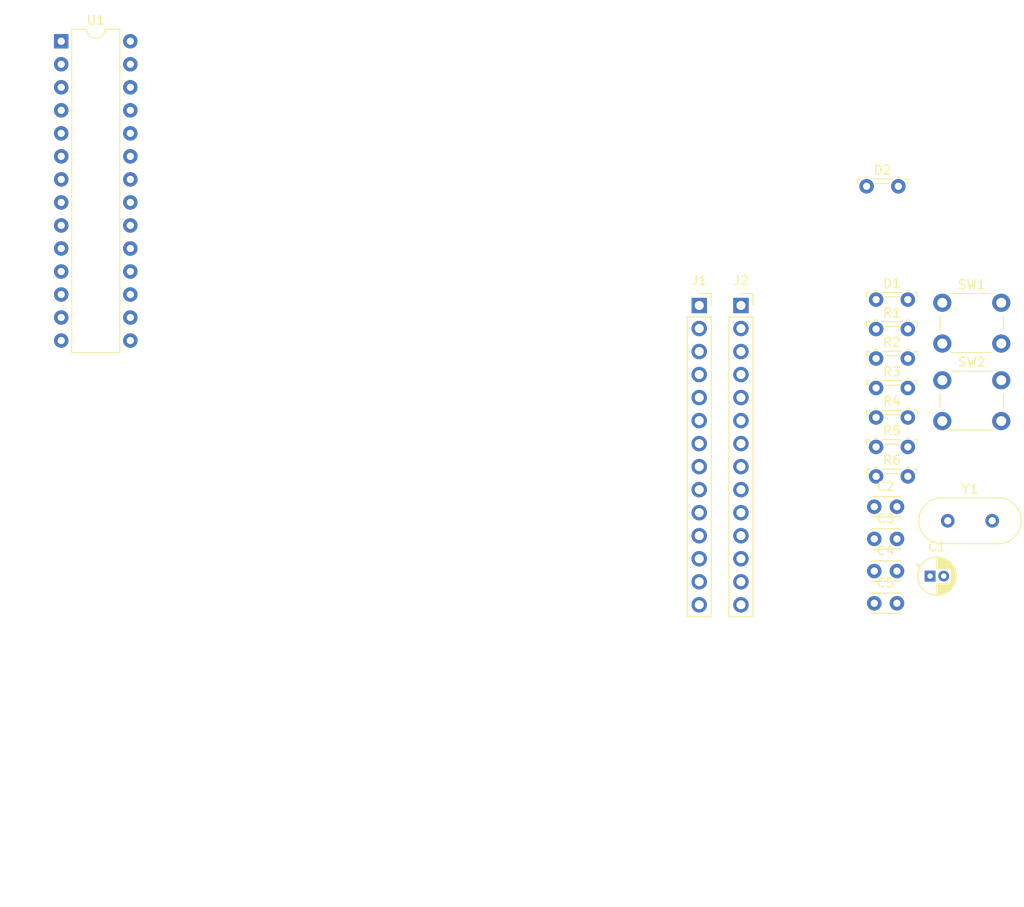
<source format=kicad_pcb>
(kicad_pcb (version 20240108) (generator "pcbnew") (generator_version "8.0")
  (layers (0 "F.Cu" signal) (31 "B.Cu" signal) (34 "B.Paste" user) (35 "F.Paste" user) (36 "B.SilkS" user "B.Silkscreen") (37 "F.SilkS" user "F.Silkscreen") (38 "B.Mask" user) (39 "F.Mask" user) (44 "Edge.Cuts" user))
  (net 0 "")
  (net 1 "VCC")
  (net 2 "GND")
  (net 3 "/XTAL2")
  (net 4 "/XTAL1")
  (net 5 "Net-(D1-A)")
  (net 34 "/nRESET")
  (net 35 "/EXT_nRESET")
  (net 36 "/BOOT")
  (net 37 "/EXT_BOOT")
  (net 38 "/PD2")
  (net 39 "Net-(D2-A)")
  (net 40 "/PC3")
  (net 41 "/PC1")
  (net 42 "/PB1")
  (net 43 "/PB4")
  (net 44 "/AREF")
  (net 45 "/PD0")
  (net 46 "/PB5")
  (net 47 "/PD6")
  (net 48 "/PB2")
  (net 49 "/PD3")
  (net 50 "/PD7")
  (net 51 "/PC0")
  (net 52 "/PD1")
  (net 53 "/PD4")
  (net 54 "/PC5")
  (net 55 "/PC2")
  (net 56 "/PB0")
  (net 57 "/PC4")
  (net 58 "/PB3")
  (footprint "OptoDevice:R_LDR_5.2x5.2mm_P3.5mm_Horizontal" (layer "F.Cu") (at 108.545199 54.75)
    (property "Reference" "R3" (at 1.75 -1.79 0) (layer "F.SilkS"))
    (property "Value" "10k")
    (pad "1" thru_hole circle (at 0 0) (size 1.6 1.6) (drill 0.8) (layers "*.Cu" "*.Mask" "In1.Cu" "In2.Cu" "In3.Cu" "In4.Cu" "In5.Cu" "In6.Cu" "In7.Cu" "In8.Cu" "In9.Cu" "In10.Cu" "In11.Cu" "In12.Cu" "In13.Cu" "In14.Cu" "In15.Cu" "In16.Cu" "In17.Cu" "In18.Cu" "In19.Cu" "In20.Cu" "In21.Cu" "In22.Cu" "In23.Cu" "In24.Cu" "In25.Cu" "In26.Cu" "In27.Cu" "In28.Cu" "In29.Cu" "In30.Cu") (net 1 "VCC"))
    (pad "2" thru_hole circle (at 3.5 0) (size 1.6 1.6) (drill 0.8) (layers "*.Cu" "*.Mask" "In1.Cu" "In2.Cu" "In3.Cu" "In4.Cu" "In5.Cu" "In6.Cu" "In7.Cu" "In8.Cu" "In9.Cu" "In10.Cu" "In11.Cu" "In12.Cu" "In13.Cu" "In14.Cu" "In15.Cu" "In16.Cu" "In17.Cu" "In18.Cu" "In19.Cu" "In20.Cu" "In21.Cu" "In22.Cu" "In23.Cu" "In24.Cu" "In25.Cu" "In26.Cu" "In27.Cu" "In28.Cu" "In29.Cu" "In30.Cu") (net 36 "/BOOT"))
  )
  (footprint "Connector_PinSocket_2.54mm:PinSocket_1x14_P2.54mm_Vertical" (layer "F.Cu") (at 89.045199 45.65)
    (property "Reference" "J1" (at 0 -2.77 0) (layer "F.SilkS"))
    (property "Value" "Conn_01x14")
    (pad "1" thru_hole rect (at 0 0) (size 1.7 1.7) (drill 1) (layers "*.Cu" "*.Mask" "In1.Cu" "In2.Cu" "In3.Cu" "In4.Cu" "In5.Cu" "In6.Cu" "In7.Cu" "In8.Cu" "In9.Cu" "In10.Cu" "In11.Cu" "In12.Cu" "In13.Cu" "In14.Cu" "In15.Cu" "In16.Cu" "In17.Cu" "In18.Cu" "In19.Cu" "In20.Cu" "In21.Cu" "In22.Cu" "In23.Cu" "In24.Cu" "In25.Cu" "In26.Cu" "In27.Cu" "In28.Cu" "In29.Cu" "In30.Cu"))
    (pad "2" thru_hole oval (at 0 2.54) (size 1.7 1.7) (drill 1) (layers "*.Cu" "*.Mask" "In1.Cu" "In2.Cu" "In3.Cu" "In4.Cu" "In5.Cu" "In6.Cu" "In7.Cu" "In8.Cu" "In9.Cu" "In10.Cu" "In11.Cu" "In12.Cu" "In13.Cu" "In14.Cu" "In15.Cu" "In16.Cu" "In17.Cu" "In18.Cu" "In19.Cu" "In20.Cu" "In21.Cu" "In22.Cu" "In23.Cu" "In24.Cu" "In25.Cu" "In26.Cu" "In27.Cu" "In28.Cu" "In29.Cu" "In30.Cu"))
    (pad "3" thru_hole oval (at 0 5.08) (size 1.7 1.7) (drill 1) (layers "*.Cu" "*.Mask" "In1.Cu" "In2.Cu" "In3.Cu" "In4.Cu" "In5.Cu" "In6.Cu" "In7.Cu" "In8.Cu" "In9.Cu" "In10.Cu" "In11.Cu" "In12.Cu" "In13.Cu" "In14.Cu" "In15.Cu" "In16.Cu" "In17.Cu" "In18.Cu" "In19.Cu" "In20.Cu" "In21.Cu" "In22.Cu" "In23.Cu" "In24.Cu" "In25.Cu" "In26.Cu" "In27.Cu" "In28.Cu" "In29.Cu" "In30.Cu"))
    (pad "4" thru_hole oval (at 0 7.62) (size 1.7 1.7) (drill 1) (layers "*.Cu" "*.Mask" "In1.Cu" "In2.Cu" "In3.Cu" "In4.Cu" "In5.Cu" "In6.Cu" "In7.Cu" "In8.Cu" "In9.Cu" "In10.Cu" "In11.Cu" "In12.Cu" "In13.Cu" "In14.Cu" "In15.Cu" "In16.Cu" "In17.Cu" "In18.Cu" "In19.Cu" "In20.Cu" "In21.Cu" "In22.Cu" "In23.Cu" "In24.Cu" "In25.Cu" "In26.Cu" "In27.Cu" "In28.Cu" "In29.Cu" "In30.Cu"))
    (pad "5" thru_hole oval (at 0 10.16) (size 1.7 1.7) (drill 1) (layers "*.Cu" "*.Mask" "In1.Cu" "In2.Cu" "In3.Cu" "In4.Cu" "In5.Cu" "In6.Cu" "In7.Cu" "In8.Cu" "In9.Cu" "In10.Cu" "In11.Cu" "In12.Cu" "In13.Cu" "In14.Cu" "In15.Cu" "In16.Cu" "In17.Cu" "In18.Cu" "In19.Cu" "In20.Cu" "In21.Cu" "In22.Cu" "In23.Cu" "In24.Cu" "In25.Cu" "In26.Cu" "In27.Cu" "In28.Cu" "In29.Cu" "In30.Cu"))
    (pad "6" thru_hole oval (at 0 12.7) (size 1.7 1.7) (drill 1) (layers "*.Cu" "*.Mask" "In1.Cu" "In2.Cu" "In3.Cu" "In4.Cu" "In5.Cu" "In6.Cu" "In7.Cu" "In8.Cu" "In9.Cu" "In10.Cu" "In11.Cu" "In12.Cu" "In13.Cu" "In14.Cu" "In15.Cu" "In16.Cu" "In17.Cu" "In18.Cu" "In19.Cu" "In20.Cu" "In21.Cu" "In22.Cu" "In23.Cu" "In24.Cu" "In25.Cu" "In26.Cu" "In27.Cu" "In28.Cu" "In29.Cu" "In30.Cu"))
    (pad "7" thru_hole oval (at 0 15.24) (size 1.7 1.7) (drill 1) (layers "*.Cu" "*.Mask" "In1.Cu" "In2.Cu" "In3.Cu" "In4.Cu" "In5.Cu" "In6.Cu" "In7.Cu" "In8.Cu" "In9.Cu" "In10.Cu" "In11.Cu" "In12.Cu" "In13.Cu" "In14.Cu" "In15.Cu" "In16.Cu" "In17.Cu" "In18.Cu" "In19.Cu" "In20.Cu" "In21.Cu" "In22.Cu" "In23.Cu" "In24.Cu" "In25.Cu" "In26.Cu" "In27.Cu" "In28.Cu" "In29.Cu" "In30.Cu"))
    (pad "8" thru_hole oval (at 0 17.78) (size 1.7 1.7) (drill 1) (layers "*.Cu" "*.Mask" "In1.Cu" "In2.Cu" "In3.Cu" "In4.Cu" "In5.Cu" "In6.Cu" "In7.Cu" "In8.Cu" "In9.Cu" "In10.Cu" "In11.Cu" "In12.Cu" "In13.Cu" "In14.Cu" "In15.Cu" "In16.Cu" "In17.Cu" "In18.Cu" "In19.Cu" "In20.Cu" "In21.Cu" "In22.Cu" "In23.Cu" "In24.Cu" "In25.Cu" "In26.Cu" "In27.Cu" "In28.Cu" "In29.Cu" "In30.Cu"))
    (pad "9" thru_hole oval (at 0 20.32) (size 1.7 1.7) (drill 1) (layers "*.Cu" "*.Mask" "In1.Cu" "In2.Cu" "In3.Cu" "In4.Cu" "In5.Cu" "In6.Cu" "In7.Cu" "In8.Cu" "In9.Cu" "In10.Cu" "In11.Cu" "In12.Cu" "In13.Cu" "In14.Cu" "In15.Cu" "In16.Cu" "In17.Cu" "In18.Cu" "In19.Cu" "In20.Cu" "In21.Cu" "In22.Cu" "In23.Cu" "In24.Cu" "In25.Cu" "In26.Cu" "In27.Cu" "In28.Cu" "In29.Cu" "In30.Cu"))
    (pad "10" thru_hole oval (at 0 22.86) (size 1.7 1.7) (drill 1) (layers "*.Cu" "*.Mask" "In1.Cu" "In2.Cu" "In3.Cu" "In4.Cu" "In5.Cu" "In6.Cu" "In7.Cu" "In8.Cu" "In9.Cu" "In10.Cu" "In11.Cu" "In12.Cu" "In13.Cu" "In14.Cu" "In15.Cu" "In16.Cu" "In17.Cu" "In18.Cu" "In19.Cu" "In20.Cu" "In21.Cu" "In22.Cu" "In23.Cu" "In24.Cu" "In25.Cu" "In26.Cu" "In27.Cu" "In28.Cu" "In29.Cu" "In30.Cu"))
    (pad "11" thru_hole oval (at 0 25.4) (size 1.7 1.7) (drill 1) (layers "*.Cu" "*.Mask" "In1.Cu" "In2.Cu" "In3.Cu" "In4.Cu" "In5.Cu" "In6.Cu" "In7.Cu" "In8.Cu" "In9.Cu" "In10.Cu" "In11.Cu" "In12.Cu" "In13.Cu" "In14.Cu" "In15.Cu" "In16.Cu" "In17.Cu" "In18.Cu" "In19.Cu" "In20.Cu" "In21.Cu" "In22.Cu" "In23.Cu" "In24.Cu" "In25.Cu" "In26.Cu" "In27.Cu" "In28.Cu" "In29.Cu" "In30.Cu"))
    (pad "12" thru_hole oval (at 0 27.94) (size 1.7 1.7) (drill 1) (layers "*.Cu" "*.Mask" "In1.Cu" "In2.Cu" "In3.Cu" "In4.Cu" "In5.Cu" "In6.Cu" "In7.Cu" "In8.Cu" "In9.Cu" "In10.Cu" "In11.Cu" "In12.Cu" "In13.Cu" "In14.Cu" "In15.Cu" "In16.Cu" "In17.Cu" "In18.Cu" "In19.Cu" "In20.Cu" "In21.Cu" "In22.Cu" "In23.Cu" "In24.Cu" "In25.Cu" "In26.Cu" "In27.Cu" "In28.Cu" "In29.Cu" "In30.Cu"))
    (pad "13" thru_hole oval (at 0 30.48) (size 1.7 1.7) (drill 1) (layers "*.Cu" "*.Mask" "In1.Cu" "In2.Cu" "In3.Cu" "In4.Cu" "In5.Cu" "In6.Cu" "In7.Cu" "In8.Cu" "In9.Cu" "In10.Cu" "In11.Cu" "In12.Cu" "In13.Cu" "In14.Cu" "In15.Cu" "In16.Cu" "In17.Cu" "In18.Cu" "In19.Cu" "In20.Cu" "In21.Cu" "In22.Cu" "In23.Cu" "In24.Cu" "In25.Cu" "In26.Cu" "In27.Cu" "In28.Cu" "In29.Cu" "In30.Cu"))
    (pad "14" thru_hole oval (at 0 33.02) (size 1.7 1.7) (drill 1) (layers "*.Cu" "*.Mask" "In1.Cu" "In2.Cu" "In3.Cu" "In4.Cu" "In5.Cu" "In6.Cu" "In7.Cu" "In8.Cu" "In9.Cu" "In10.Cu" "In11.Cu" "In12.Cu" "In13.Cu" "In14.Cu" "In15.Cu" "In16.Cu" "In17.Cu" "In18.Cu" "In19.Cu" "In20.Cu" "In21.Cu" "In22.Cu" "In23.Cu" "In24.Cu" "In25.Cu" "In26.Cu" "In27.Cu" "In28.Cu" "In29.Cu" "In30.Cu"))
  )
  (footprint "Connector_PinSocket_2.54mm:PinSocket_1x14_P2.54mm_Vertical" (layer "F.Cu") (at 93.645199 45.65)
    (property "Reference" "J2" (at 0 -2.77 0) (layer "F.SilkS"))
    (property "Value" "Conn_01x14")
    (pad "1" thru_hole rect (at 0 0) (size 1.7 1.7) (drill 1) (layers "*.Cu" "*.Mask" "In1.Cu" "In2.Cu" "In3.Cu" "In4.Cu" "In5.Cu" "In6.Cu" "In7.Cu" "In8.Cu" "In9.Cu" "In10.Cu" "In11.Cu" "In12.Cu" "In13.Cu" "In14.Cu" "In15.Cu" "In16.Cu" "In17.Cu" "In18.Cu" "In19.Cu" "In20.Cu" "In21.Cu" "In22.Cu" "In23.Cu" "In24.Cu" "In25.Cu" "In26.Cu" "In27.Cu" "In28.Cu" "In29.Cu" "In30.Cu"))
    (pad "2" thru_hole oval (at 0 2.54) (size 1.7 1.7) (drill 1) (layers "*.Cu" "*.Mask" "In1.Cu" "In2.Cu" "In3.Cu" "In4.Cu" "In5.Cu" "In6.Cu" "In7.Cu" "In8.Cu" "In9.Cu" "In10.Cu" "In11.Cu" "In12.Cu" "In13.Cu" "In14.Cu" "In15.Cu" "In16.Cu" "In17.Cu" "In18.Cu" "In19.Cu" "In20.Cu" "In21.Cu" "In22.Cu" "In23.Cu" "In24.Cu" "In25.Cu" "In26.Cu" "In27.Cu" "In28.Cu" "In29.Cu" "In30.Cu"))
    (pad "3" thru_hole oval (at 0 5.08) (size 1.7 1.7) (drill 1) (layers "*.Cu" "*.Mask" "In1.Cu" "In2.Cu" "In3.Cu" "In4.Cu" "In5.Cu" "In6.Cu" "In7.Cu" "In8.Cu" "In9.Cu" "In10.Cu" "In11.Cu" "In12.Cu" "In13.Cu" "In14.Cu" "In15.Cu" "In16.Cu" "In17.Cu" "In18.Cu" "In19.Cu" "In20.Cu" "In21.Cu" "In22.Cu" "In23.Cu" "In24.Cu" "In25.Cu" "In26.Cu" "In27.Cu" "In28.Cu" "In29.Cu" "In30.Cu"))
    (pad "4" thru_hole oval (at 0 7.62) (size 1.7 1.7) (drill 1) (layers "*.Cu" "*.Mask" "In1.Cu" "In2.Cu" "In3.Cu" "In4.Cu" "In5.Cu" "In6.Cu" "In7.Cu" "In8.Cu" "In9.Cu" "In10.Cu" "In11.Cu" "In12.Cu" "In13.Cu" "In14.Cu" "In15.Cu" "In16.Cu" "In17.Cu" "In18.Cu" "In19.Cu" "In20.Cu" "In21.Cu" "In22.Cu" "In23.Cu" "In24.Cu" "In25.Cu" "In26.Cu" "In27.Cu" "In28.Cu" "In29.Cu" "In30.Cu"))
    (pad "5" thru_hole oval (at 0 10.16) (size 1.7 1.7) (drill 1) (layers "*.Cu" "*.Mask" "In1.Cu" "In2.Cu" "In3.Cu" "In4.Cu" "In5.Cu" "In6.Cu" "In7.Cu" "In8.Cu" "In9.Cu" "In10.Cu" "In11.Cu" "In12.Cu" "In13.Cu" "In14.Cu" "In15.Cu" "In16.Cu" "In17.Cu" "In18.Cu" "In19.Cu" "In20.Cu" "In21.Cu" "In22.Cu" "In23.Cu" "In24.Cu" "In25.Cu" "In26.Cu" "In27.Cu" "In28.Cu" "In29.Cu" "In30.Cu"))
    (pad "6" thru_hole oval (at 0 12.7) (size 1.7 1.7) (drill 1) (layers "*.Cu" "*.Mask" "In1.Cu" "In2.Cu" "In3.Cu" "In4.Cu" "In5.Cu" "In6.Cu" "In7.Cu" "In8.Cu" "In9.Cu" "In10.Cu" "In11.Cu" "In12.Cu" "In13.Cu" "In14.Cu" "In15.Cu" "In16.Cu" "In17.Cu" "In18.Cu" "In19.Cu" "In20.Cu" "In21.Cu" "In22.Cu" "In23.Cu" "In24.Cu" "In25.Cu" "In26.Cu" "In27.Cu" "In28.Cu" "In29.Cu" "In30.Cu"))
    (pad "7" thru_hole oval (at 0 15.24) (size 1.7 1.7) (drill 1) (layers "*.Cu" "*.Mask" "In1.Cu" "In2.Cu" "In3.Cu" "In4.Cu" "In5.Cu" "In6.Cu" "In7.Cu" "In8.Cu" "In9.Cu" "In10.Cu" "In11.Cu" "In12.Cu" "In13.Cu" "In14.Cu" "In15.Cu" "In16.Cu" "In17.Cu" "In18.Cu" "In19.Cu" "In20.Cu" "In21.Cu" "In22.Cu" "In23.Cu" "In24.Cu" "In25.Cu" "In26.Cu" "In27.Cu" "In28.Cu" "In29.Cu" "In30.Cu"))
    (pad "8" thru_hole oval (at 0 17.78) (size 1.7 1.7) (drill 1) (layers "*.Cu" "*.Mask" "In1.Cu" "In2.Cu" "In3.Cu" "In4.Cu" "In5.Cu" "In6.Cu" "In7.Cu" "In8.Cu" "In9.Cu" "In10.Cu" "In11.Cu" "In12.Cu" "In13.Cu" "In14.Cu" "In15.Cu" "In16.Cu" "In17.Cu" "In18.Cu" "In19.Cu" "In20.Cu" "In21.Cu" "In22.Cu" "In23.Cu" "In24.Cu" "In25.Cu" "In26.Cu" "In27.Cu" "In28.Cu" "In29.Cu" "In30.Cu"))
    (pad "9" thru_hole oval (at 0 20.32) (size 1.7 1.7) (drill 1) (layers "*.Cu" "*.Mask" "In1.Cu" "In2.Cu" "In3.Cu" "In4.Cu" "In5.Cu" "In6.Cu" "In7.Cu" "In8.Cu" "In9.Cu" "In10.Cu" "In11.Cu" "In12.Cu" "In13.Cu" "In14.Cu" "In15.Cu" "In16.Cu" "In17.Cu" "In18.Cu" "In19.Cu" "In20.Cu" "In21.Cu" "In22.Cu" "In23.Cu" "In24.Cu" "In25.Cu" "In26.Cu" "In27.Cu" "In28.Cu" "In29.Cu" "In30.Cu"))
    (pad "10" thru_hole oval (at 0 22.86) (size 1.7 1.7) (drill 1) (layers "*.Cu" "*.Mask" "In1.Cu" "In2.Cu" "In3.Cu" "In4.Cu" "In5.Cu" "In6.Cu" "In7.Cu" "In8.Cu" "In9.Cu" "In10.Cu" "In11.Cu" "In12.Cu" "In13.Cu" "In14.Cu" "In15.Cu" "In16.Cu" "In17.Cu" "In18.Cu" "In19.Cu" "In20.Cu" "In21.Cu" "In22.Cu" "In23.Cu" "In24.Cu" "In25.Cu" "In26.Cu" "In27.Cu" "In28.Cu" "In29.Cu" "In30.Cu"))
    (pad "11" thru_hole oval (at 0 25.4) (size 1.7 1.7) (drill 1) (layers "*.Cu" "*.Mask" "In1.Cu" "In2.Cu" "In3.Cu" "In4.Cu" "In5.Cu" "In6.Cu" "In7.Cu" "In8.Cu" "In9.Cu" "In10.Cu" "In11.Cu" "In12.Cu" "In13.Cu" "In14.Cu" "In15.Cu" "In16.Cu" "In17.Cu" "In18.Cu" "In19.Cu" "In20.Cu" "In21.Cu" "In22.Cu" "In23.Cu" "In24.Cu" "In25.Cu" "In26.Cu" "In27.Cu" "In28.Cu" "In29.Cu" "In30.Cu"))
    (pad "12" thru_hole oval (at 0 27.94) (size 1.7 1.7) (drill 1) (layers "*.Cu" "*.Mask" "In1.Cu" "In2.Cu" "In3.Cu" "In4.Cu" "In5.Cu" "In6.Cu" "In7.Cu" "In8.Cu" "In9.Cu" "In10.Cu" "In11.Cu" "In12.Cu" "In13.Cu" "In14.Cu" "In15.Cu" "In16.Cu" "In17.Cu" "In18.Cu" "In19.Cu" "In20.Cu" "In21.Cu" "In22.Cu" "In23.Cu" "In24.Cu" "In25.Cu" "In26.Cu" "In27.Cu" "In28.Cu" "In29.Cu" "In30.Cu"))
    (pad "13" thru_hole oval (at 0 30.48) (size 1.7 1.7) (drill 1) (layers "*.Cu" "*.Mask" "In1.Cu" "In2.Cu" "In3.Cu" "In4.Cu" "In5.Cu" "In6.Cu" "In7.Cu" "In8.Cu" "In9.Cu" "In10.Cu" "In11.Cu" "In12.Cu" "In13.Cu" "In14.Cu" "In15.Cu" "In16.Cu" "In17.Cu" "In18.Cu" "In19.Cu" "In20.Cu" "In21.Cu" "In22.Cu" "In23.Cu" "In24.Cu" "In25.Cu" "In26.Cu" "In27.Cu" "In28.Cu" "In29.Cu" "In30.Cu"))
    (pad "14" thru_hole oval (at 0 33.02) (size 1.7 1.7) (drill 1) (layers "*.Cu" "*.Mask" "In1.Cu" "In2.Cu" "In3.Cu" "In4.Cu" "In5.Cu" "In6.Cu" "In7.Cu" "In8.Cu" "In9.Cu" "In10.Cu" "In11.Cu" "In12.Cu" "In13.Cu" "In14.Cu" "In15.Cu" "In16.Cu" "In17.Cu" "In18.Cu" "In19.Cu" "In20.Cu" "In21.Cu" "In22.Cu" "In23.Cu" "In24.Cu" "In25.Cu" "In26.Cu" "In27.Cu" "In28.Cu" "In29.Cu" "In30.Cu"))
  )
  (footprint "Crystal:Crystal_HC18-U_Vertical" (layer "F.Cu") (at 116.445199 69.4)
    (property "Reference" "Y1" (at 2.45 -3.525 0) (layer "F.SilkS"))
    (property "Value" "16M")
    (pad "1" thru_hole circle (at 0 0) (size 1.5 1.5) (drill 0.8) (layers "*.Cu" "*.Mask" "In1.Cu" "In2.Cu" "In3.Cu" "In4.Cu" "In5.Cu" "In6.Cu" "In7.Cu" "In8.Cu" "In9.Cu" "In10.Cu" "In11.Cu" "In12.Cu" "In13.Cu" "In14.Cu" "In15.Cu" "In16.Cu" "In17.Cu" "In18.Cu" "In19.Cu" "In20.Cu" "In21.Cu" "In22.Cu" "In23.Cu" "In24.Cu" "In25.Cu" "In26.Cu" "In27.Cu" "In28.Cu" "In29.Cu" "In30.Cu") (net 4 "/XTAL1"))
    (pad "2" thru_hole circle (at 4.9 0) (size 1.5 1.5) (drill 0.8) (layers "*.Cu" "*.Mask" "In1.Cu" "In2.Cu" "In3.Cu" "In4.Cu" "In5.Cu" "In6.Cu" "In7.Cu" "In8.Cu" "In9.Cu" "In10.Cu" "In11.Cu" "In12.Cu" "In13.Cu" "In14.Cu" "In15.Cu" "In16.Cu" "In17.Cu" "In18.Cu" "In19.Cu" "In20.Cu" "In21.Cu" "In22.Cu" "In23.Cu" "In24.Cu" "In25.Cu" "In26.Cu" "In27.Cu" "In28.Cu" "In29.Cu" "In30.Cu") (net 3 "/XTAL2"))
  )
  (footprint "OptoDevice:R_LDR_5.2x5.2mm_P3.5mm_Horizontal" (layer "F.Cu") (at 108.545199 45)
    (property "Reference" "D1" (at 1.75 -1.79 0) (layer "F.SilkS"))
    (property "Value" "LED")
    (pad "1" thru_hole circle (at 0 0) (size 1.6 1.6) (drill 0.8) (layers "*.Cu" "*.Mask" "In1.Cu" "In2.Cu" "In3.Cu" "In4.Cu" "In5.Cu" "In6.Cu" "In7.Cu" "In8.Cu" "In9.Cu" "In10.Cu" "In11.Cu" "In12.Cu" "In13.Cu" "In14.Cu" "In15.Cu" "In16.Cu" "In17.Cu" "In18.Cu" "In19.Cu" "In20.Cu" "In21.Cu" "In22.Cu" "In23.Cu" "In24.Cu" "In25.Cu" "In26.Cu" "In27.Cu" "In28.Cu" "In29.Cu" "In30.Cu") (net 2 "GND"))
    (pad "2" thru_hole circle (at 3.5 0) (size 1.6 1.6) (drill 0.8) (layers "*.Cu" "*.Mask" "In1.Cu" "In2.Cu" "In3.Cu" "In4.Cu" "In5.Cu" "In6.Cu" "In7.Cu" "In8.Cu" "In9.Cu" "In10.Cu" "In11.Cu" "In12.Cu" "In13.Cu" "In14.Cu" "In15.Cu" "In16.Cu" "In17.Cu" "In18.Cu" "In19.Cu" "In20.Cu" "In21.Cu" "In22.Cu" "In23.Cu" "In24.Cu" "In25.Cu" "In26.Cu" "In27.Cu" "In28.Cu" "In29.Cu" "In30.Cu") (net 5 "Net-(D1-A)"))
  )
  (footprint "OptoDevice:R_LDR_5.2x5.2mm_P3.5mm_Horizontal" (layer "F.Cu") (at 108.545199 58)
    (property "Reference" "R4" (at 1.75 -1.79 0) (layer "F.SilkS"))
    (property "Value" "1k")
    (pad "1" thru_hole circle (at 0 0) (size 1.6 1.6) (drill 0.8) (layers "*.Cu" "*.Mask" "In1.Cu" "In2.Cu" "In3.Cu" "In4.Cu" "In5.Cu" "In6.Cu" "In7.Cu" "In8.Cu" "In9.Cu" "In10.Cu" "In11.Cu" "In12.Cu" "In13.Cu" "In14.Cu" "In15.Cu" "In16.Cu" "In17.Cu" "In18.Cu" "In19.Cu" "In20.Cu" "In21.Cu" "In22.Cu" "In23.Cu" "In24.Cu" "In25.Cu" "In26.Cu" "In27.Cu" "In28.Cu" "In29.Cu" "In30.Cu") (net 36 "/BOOT"))
    (pad "2" thru_hole circle (at 3.5 0) (size 1.6 1.6) (drill 0.8) (layers "*.Cu" "*.Mask" "In1.Cu" "In2.Cu" "In3.Cu" "In4.Cu" "In5.Cu" "In6.Cu" "In7.Cu" "In8.Cu" "In9.Cu" "In10.Cu" "In11.Cu" "In12.Cu" "In13.Cu" "In14.Cu" "In15.Cu" "In16.Cu" "In17.Cu" "In18.Cu" "In19.Cu" "In20.Cu" "In21.Cu" "In22.Cu" "In23.Cu" "In24.Cu" "In25.Cu" "In26.Cu" "In27.Cu" "In28.Cu" "In29.Cu" "In30.Cu") (net 37 "/EXT_BOOT"))
  )
  (footprint "Capacitor_THT:C_Disc_D3.0mm_W2.0mm_P2.50mm" (layer "F.Cu") (at 108.345199 71.4)
    (property "Reference" "C3" (at 1.25 -2.25 0) (layer "F.SilkS"))
    (property "Value" "100n")
    (pad "1" thru_hole circle (at 0 0) (size 1.6 1.6) (drill 0.8) (layers "*.Cu" "*.Mask" "In1.Cu" "In2.Cu" "In3.Cu" "In4.Cu" "In5.Cu" "In6.Cu" "In7.Cu" "In8.Cu" "In9.Cu" "In10.Cu" "In11.Cu" "In12.Cu" "In13.Cu" "In14.Cu" "In15.Cu" "In16.Cu" "In17.Cu" "In18.Cu" "In19.Cu" "In20.Cu" "In21.Cu" "In22.Cu" "In23.Cu" "In24.Cu" "In25.Cu" "In26.Cu" "In27.Cu" "In28.Cu" "In29.Cu" "In30.Cu") (net 1 "VCC"))
    (pad "2" thru_hole circle (at 2.5 0) (size 1.6 1.6) (drill 0.8) (layers "*.Cu" "*.Mask" "In1.Cu" "In2.Cu" "In3.Cu" "In4.Cu" "In5.Cu" "In6.Cu" "In7.Cu" "In8.Cu" "In9.Cu" "In10.Cu" "In11.Cu" "In12.Cu" "In13.Cu" "In14.Cu" "In15.Cu" "In16.Cu" "In17.Cu" "In18.Cu" "In19.Cu" "In20.Cu" "In21.Cu" "In22.Cu" "In23.Cu" "In24.Cu" "In25.Cu" "In26.Cu" "In27.Cu" "In28.Cu" "In29.Cu" "In30.Cu") (net 2 "GND"))
  )
  (footprint "Button_Switch_THT:SW_PUSH_6mm" (layer "F.Cu") (at 115.845199 45.35)
    (property "Reference" "SW1" (at 3.25 -2 0) (layer "F.SilkS"))
    (property "Value" "RESET")
    (pad "1" thru_hole circle (at 0 0 90) (size 2 2) (drill 1.1) (layers "*.Cu" "*.Mask" "In1.Cu" "In2.Cu" "In3.Cu" "In4.Cu" "In5.Cu" "In6.Cu" "In7.Cu" "In8.Cu" "In9.Cu" "In10.Cu" "In11.Cu" "In12.Cu" "In13.Cu" "In14.Cu" "In15.Cu" "In16.Cu" "In17.Cu" "In18.Cu" "In19.Cu" "In20.Cu" "In21.Cu" "In22.Cu" "In23.Cu" "In24.Cu" "In25.Cu" "In26.Cu" "In27.Cu" "In28.Cu" "In29.Cu" "In30.Cu") (net 34 "/nRESET"))
    (pad "1" thru_hole circle (at 6.5 0 90) (size 2 2) (drill 1.1) (layers "*.Cu" "*.Mask" "In1.Cu" "In2.Cu" "In3.Cu" "In4.Cu" "In5.Cu" "In6.Cu" "In7.Cu" "In8.Cu" "In9.Cu" "In10.Cu" "In11.Cu" "In12.Cu" "In13.Cu" "In14.Cu" "In15.Cu" "In16.Cu" "In17.Cu" "In18.Cu" "In19.Cu" "In20.Cu" "In21.Cu" "In22.Cu" "In23.Cu" "In24.Cu" "In25.Cu" "In26.Cu" "In27.Cu" "In28.Cu" "In29.Cu" "In30.Cu") (net 34 "/nRESET"))
    (pad "2" thru_hole circle (at 0 4.5 90) (size 2 2) (drill 1.1) (layers "*.Cu" "*.Mask" "In1.Cu" "In2.Cu" "In3.Cu" "In4.Cu" "In5.Cu" "In6.Cu" "In7.Cu" "In8.Cu" "In9.Cu" "In10.Cu" "In11.Cu" "In12.Cu" "In13.Cu" "In14.Cu" "In15.Cu" "In16.Cu" "In17.Cu" "In18.Cu" "In19.Cu" "In20.Cu" "In21.Cu" "In22.Cu" "In23.Cu" "In24.Cu" "In25.Cu" "In26.Cu" "In27.Cu" "In28.Cu" "In29.Cu" "In30.Cu") (net 2 "GND"))
    (pad "2" thru_hole circle (at 6.5 4.5 90) (size 2 2) (drill 1.1) (layers "*.Cu" "*.Mask" "In1.Cu" "In2.Cu" "In3.Cu" "In4.Cu" "In5.Cu" "In6.Cu" "In7.Cu" "In8.Cu" "In9.Cu" "In10.Cu" "In11.Cu" "In12.Cu" "In13.Cu" "In14.Cu" "In15.Cu" "In16.Cu" "In17.Cu" "In18.Cu" "In19.Cu" "In20.Cu" "In21.Cu" "In22.Cu" "In23.Cu" "In24.Cu" "In25.Cu" "In26.Cu" "In27.Cu" "In28.Cu" "In29.Cu" "In30.Cu") (net 2 "GND"))
  )
  (footprint "Capacitor_THT:C_Disc_D3.0mm_W2.0mm_P2.50mm" (layer "F.Cu") (at 108.345199 74.95)
    (property "Reference" "C4" (at 1.25 -2.25 0) (layer "F.SilkS"))
    (property "Value" "22p")
    (pad "1" thru_hole circle (at 0 0) (size 1.6 1.6) (drill 0.8) (layers "*.Cu" "*.Mask" "In1.Cu" "In2.Cu" "In3.Cu" "In4.Cu" "In5.Cu" "In6.Cu" "In7.Cu" "In8.Cu" "In9.Cu" "In10.Cu" "In11.Cu" "In12.Cu" "In13.Cu" "In14.Cu" "In15.Cu" "In16.Cu" "In17.Cu" "In18.Cu" "In19.Cu" "In20.Cu" "In21.Cu" "In22.Cu" "In23.Cu" "In24.Cu" "In25.Cu" "In26.Cu" "In27.Cu" "In28.Cu" "In29.Cu" "In30.Cu") (net 3 "/XTAL2"))
    (pad "2" thru_hole circle (at 2.5 0) (size 1.6 1.6) (drill 0.8) (layers "*.Cu" "*.Mask" "In1.Cu" "In2.Cu" "In3.Cu" "In4.Cu" "In5.Cu" "In6.Cu" "In7.Cu" "In8.Cu" "In9.Cu" "In10.Cu" "In11.Cu" "In12.Cu" "In13.Cu" "In14.Cu" "In15.Cu" "In16.Cu" "In17.Cu" "In18.Cu" "In19.Cu" "In20.Cu" "In21.Cu" "In22.Cu" "In23.Cu" "In24.Cu" "In25.Cu" "In26.Cu" "In27.Cu" "In28.Cu" "In29.Cu" "In30.Cu") (net 2 "GND"))
  )
  (footprint "OptoDevice:R_LDR_5.2x5.2mm_P3.5mm_Horizontal" (layer "F.Cu") (at 108.545199 61.25)
    (property "Reference" "R5" (at 1.75 -1.79 0) (layer "F.SilkS"))
    (property "Value" "10k")
    (pad "1" thru_hole circle (at 0 0) (size 1.6 1.6) (drill 0.8) (layers "*.Cu" "*.Mask" "In1.Cu" "In2.Cu" "In3.Cu" "In4.Cu" "In5.Cu" "In6.Cu" "In7.Cu" "In8.Cu" "In9.Cu" "In10.Cu" "In11.Cu" "In12.Cu" "In13.Cu" "In14.Cu" "In15.Cu" "In16.Cu" "In17.Cu" "In18.Cu" "In19.Cu" "In20.Cu" "In21.Cu" "In22.Cu" "In23.Cu" "In24.Cu" "In25.Cu" "In26.Cu" "In27.Cu" "In28.Cu" "In29.Cu" "In30.Cu") (net 1 "VCC"))
    (pad "2" thru_hole circle (at 3.5 0) (size 1.6 1.6) (drill 0.8) (layers "*.Cu" "*.Mask" "In1.Cu" "In2.Cu" "In3.Cu" "In4.Cu" "In5.Cu" "In6.Cu" "In7.Cu" "In8.Cu" "In9.Cu" "In10.Cu" "In11.Cu" "In12.Cu" "In13.Cu" "In14.Cu" "In15.Cu" "In16.Cu" "In17.Cu" "In18.Cu" "In19.Cu" "In20.Cu" "In21.Cu" "In22.Cu" "In23.Cu" "In24.Cu" "In25.Cu" "In26.Cu" "In27.Cu" "In28.Cu" "In29.Cu" "In30.Cu") (net 5 "Net-(D1-A)"))
  )
  (footprint "OptoDevice:R_LDR_5.2x5.2mm_P3.5mm_Horizontal" (layer "F.Cu") (at 108.545199 48.25)
    (property "Reference" "R1" (at 1.75 -1.79 0) (layer "F.SilkS"))
    (property "Value" "10k")
    (pad "1" thru_hole circle (at 0 0) (size 1.6 1.6) (drill 0.8) (layers "*.Cu" "*.Mask" "In1.Cu" "In2.Cu" "In3.Cu" "In4.Cu" "In5.Cu" "In6.Cu" "In7.Cu" "In8.Cu" "In9.Cu" "In10.Cu" "In11.Cu" "In12.Cu" "In13.Cu" "In14.Cu" "In15.Cu" "In16.Cu" "In17.Cu" "In18.Cu" "In19.Cu" "In20.Cu" "In21.Cu" "In22.Cu" "In23.Cu" "In24.Cu" "In25.Cu" "In26.Cu" "In27.Cu" "In28.Cu" "In29.Cu" "In30.Cu") (net 1 "VCC"))
    (pad "2" thru_hole circle (at 3.5 0) (size 1.6 1.6) (drill 0.8) (layers "*.Cu" "*.Mask" "In1.Cu" "In2.Cu" "In3.Cu" "In4.Cu" "In5.Cu" "In6.Cu" "In7.Cu" "In8.Cu" "In9.Cu" "In10.Cu" "In11.Cu" "In12.Cu" "In13.Cu" "In14.Cu" "In15.Cu" "In16.Cu" "In17.Cu" "In18.Cu" "In19.Cu" "In20.Cu" "In21.Cu" "In22.Cu" "In23.Cu" "In24.Cu" "In25.Cu" "In26.Cu" "In27.Cu" "In28.Cu" "In29.Cu" "In30.Cu") (net 34 "/nRESET"))
  )
  (footprint "Capacitor_THT:CP_Radial_D4.0mm_P1.50mm" (layer "F.Cu") (at 114.5 75.5)
    (property "Reference" "C1" (at 0.75 -3.25 0) (layer "F.SilkS"))
    (property "Value" "4.7u")
    (pad "1" thru_hole rect (at 0 0) (size 1.2 1.2) (drill 0.6) (layers "*.Cu" "*.Mask" "In1.Cu" "In2.Cu" "In3.Cu" "In4.Cu" "In5.Cu" "In6.Cu" "In7.Cu" "In8.Cu" "In9.Cu" "In10.Cu" "In11.Cu" "In12.Cu" "In13.Cu" "In14.Cu" "In15.Cu" "In16.Cu" "In17.Cu" "In18.Cu" "In19.Cu" "In20.Cu" "In21.Cu" "In22.Cu" "In23.Cu" "In24.Cu" "In25.Cu" "In26.Cu" "In27.Cu" "In28.Cu" "In29.Cu" "In30.Cu") (net 1 "VCC"))
    (pad "2" thru_hole circle (at 1.5 0) (size 1.2 1.2) (drill 0.6) (layers "*.Cu" "*.Mask" "In1.Cu" "In2.Cu" "In3.Cu" "In4.Cu" "In5.Cu" "In6.Cu" "In7.Cu" "In8.Cu" "In9.Cu" "In10.Cu" "In11.Cu" "In12.Cu" "In13.Cu" "In14.Cu" "In15.Cu" "In16.Cu" "In17.Cu" "In18.Cu" "In19.Cu" "In20.Cu" "In21.Cu" "In22.Cu" "In23.Cu" "In24.Cu" "In25.Cu" "In26.Cu" "In27.Cu" "In28.Cu" "In29.Cu" "In30.Cu") (net 2 "GND"))
  )
  (footprint "OptoDevice:R_LDR_5.2x5.2mm_P3.5mm_Horizontal" (layer "F.Cu") (at 108.545199 51.5)
    (property "Reference" "R2" (at 1.75 -1.79 0) (layer "F.SilkS"))
    (property "Value" "1k")
    (pad "1" thru_hole circle (at 0 0) (size 1.6 1.6) (drill 0.8) (layers "*.Cu" "*.Mask" "In1.Cu" "In2.Cu" "In3.Cu" "In4.Cu" "In5.Cu" "In6.Cu" "In7.Cu" "In8.Cu" "In9.Cu" "In10.Cu" "In11.Cu" "In12.Cu" "In13.Cu" "In14.Cu" "In15.Cu" "In16.Cu" "In17.Cu" "In18.Cu" "In19.Cu" "In20.Cu" "In21.Cu" "In22.Cu" "In23.Cu" "In24.Cu" "In25.Cu" "In26.Cu" "In27.Cu" "In28.Cu" "In29.Cu" "In30.Cu") (net 34 "/nRESET"))
    (pad "2" thru_hole circle (at 3.5 0) (size 1.6 1.6) (drill 0.8) (layers "*.Cu" "*.Mask" "In1.Cu" "In2.Cu" "In3.Cu" "In4.Cu" "In5.Cu" "In6.Cu" "In7.Cu" "In8.Cu" "In9.Cu" "In10.Cu" "In11.Cu" "In12.Cu" "In13.Cu" "In14.Cu" "In15.Cu" "In16.Cu" "In17.Cu" "In18.Cu" "In19.Cu" "In20.Cu" "In21.Cu" "In22.Cu" "In23.Cu" "In24.Cu" "In25.Cu" "In26.Cu" "In27.Cu" "In28.Cu" "In29.Cu" "In30.Cu") (net 35 "/EXT_nRESET"))
  )
  (footprint "Package_DIP:DIP-28_W7.62mm" (layer "F.Cu") (at 18.7 16.5)
    (property "Reference" "U1" (at 3.81 -2.33 0) (layer "F.SilkS"))
    (property "Value" "ATmega328P-P")
    (pad "1" thru_hole rect (at 0 0) (size 1.6 1.6) (drill 0.8) (layers "*.Cu" "*.Mask" "In1.Cu" "In2.Cu" "In3.Cu" "In4.Cu" "In5.Cu" "In6.Cu" "In7.Cu" "In8.Cu" "In9.Cu" "In10.Cu" "In11.Cu" "In12.Cu" "In13.Cu" "In14.Cu" "In15.Cu" "In16.Cu" "In17.Cu" "In18.Cu" "In19.Cu" "In20.Cu" "In21.Cu" "In22.Cu" "In23.Cu" "In24.Cu" "In25.Cu" "In26.Cu" "In27.Cu" "In28.Cu" "In29.Cu" "In30.Cu") (net 34 "/nRESET"))
    (pad "2" thru_hole oval (at 0 2.54) (size 1.6 1.6) (drill 0.8) (layers "*.Cu" "*.Mask" "In1.Cu" "In2.Cu" "In3.Cu" "In4.Cu" "In5.Cu" "In6.Cu" "In7.Cu" "In8.Cu" "In9.Cu" "In10.Cu" "In11.Cu" "In12.Cu" "In13.Cu" "In14.Cu" "In15.Cu" "In16.Cu" "In17.Cu" "In18.Cu" "In19.Cu" "In20.Cu" "In21.Cu" "In22.Cu" "In23.Cu" "In24.Cu" "In25.Cu" "In26.Cu" "In27.Cu" "In28.Cu" "In29.Cu" "In30.Cu") (net 45 "/PD0"))
    (pad "3" thru_hole oval (at 0 5.08) (size 1.6 1.6) (drill 0.8) (layers "*.Cu" "*.Mask" "In1.Cu" "In2.Cu" "In3.Cu" "In4.Cu" "In5.Cu" "In6.Cu" "In7.Cu" "In8.Cu" "In9.Cu" "In10.Cu" "In11.Cu" "In12.Cu" "In13.Cu" "In14.Cu" "In15.Cu" "In16.Cu" "In17.Cu" "In18.Cu" "In19.Cu" "In20.Cu" "In21.Cu" "In22.Cu" "In23.Cu" "In24.Cu" "In25.Cu" "In26.Cu" "In27.Cu" "In28.Cu" "In29.Cu" "In30.Cu") (net 52 "/PD1"))
    (pad "4" thru_hole oval (at 0 7.62) (size 1.6 1.6) (drill 0.8) (layers "*.Cu" "*.Mask" "In1.Cu" "In2.Cu" "In3.Cu" "In4.Cu" "In5.Cu" "In6.Cu" "In7.Cu" "In8.Cu" "In9.Cu" "In10.Cu" "In11.Cu" "In12.Cu" "In13.Cu" "In14.Cu" "In15.Cu" "In16.Cu" "In17.Cu" "In18.Cu" "In19.Cu" "In20.Cu" "In21.Cu" "In22.Cu" "In23.Cu" "In24.Cu" "In25.Cu" "In26.Cu" "In27.Cu" "In28.Cu" "In29.Cu" "In30.Cu") (net 38 "/PD2"))
    (pad "5" thru_hole oval (at 0 10.16) (size 1.6 1.6) (drill 0.8) (layers "*.Cu" "*.Mask" "In1.Cu" "In2.Cu" "In3.Cu" "In4.Cu" "In5.Cu" "In6.Cu" "In7.Cu" "In8.Cu" "In9.Cu" "In10.Cu" "In11.Cu" "In12.Cu" "In13.Cu" "In14.Cu" "In15.Cu" "In16.Cu" "In17.Cu" "In18.Cu" "In19.Cu" "In20.Cu" "In21.Cu" "In22.Cu" "In23.Cu" "In24.Cu" "In25.Cu" "In26.Cu" "In27.Cu" "In28.Cu" "In29.Cu" "In30.Cu") (net 49 "/PD3"))
    (pad "6" thru_hole oval (at 0 12.7) (size 1.6 1.6) (drill 0.8) (layers "*.Cu" "*.Mask" "In1.Cu" "In2.Cu" "In3.Cu" "In4.Cu" "In5.Cu" "In6.Cu" "In7.Cu" "In8.Cu" "In9.Cu" "In10.Cu" "In11.Cu" "In12.Cu" "In13.Cu" "In14.Cu" "In15.Cu" "In16.Cu" "In17.Cu" "In18.Cu" "In19.Cu" "In20.Cu" "In21.Cu" "In22.Cu" "In23.Cu" "In24.Cu" "In25.Cu" "In26.Cu" "In27.Cu" "In28.Cu" "In29.Cu" "In30.Cu") (net 53 "/PD4"))
    (pad "7" thru_hole oval (at 0 15.24) (size 1.6 1.6) (drill 0.8) (layers "*.Cu" "*.Mask" "In1.Cu" "In2.Cu" "In3.Cu" "In4.Cu" "In5.Cu" "In6.Cu" "In7.Cu" "In8.Cu" "In9.Cu" "In10.Cu" "In11.Cu" "In12.Cu" "In13.Cu" "In14.Cu" "In15.Cu" "In16.Cu" "In17.Cu" "In18.Cu" "In19.Cu" "In20.Cu" "In21.Cu" "In22.Cu" "In23.Cu" "In24.Cu" "In25.Cu" "In26.Cu" "In27.Cu" "In28.Cu" "In29.Cu" "In30.Cu") (net 1 "VCC"))
    (pad "8" thru_hole oval (at 0 17.78) (size 1.6 1.6) (drill 0.8) (layers "*.Cu" "*.Mask" "In1.Cu" "In2.Cu" "In3.Cu" "In4.Cu" "In5.Cu" "In6.Cu" "In7.Cu" "In8.Cu" "In9.Cu" "In10.Cu" "In11.Cu" "In12.Cu" "In13.Cu" "In14.Cu" "In15.Cu" "In16.Cu" "In17.Cu" "In18.Cu" "In19.Cu" "In20.Cu" "In21.Cu" "In22.Cu" "In23.Cu" "In24.Cu" "In25.Cu" "In26.Cu" "In27.Cu" "In28.Cu" "In29.Cu" "In30.Cu") (net 2 "GND"))
    (pad "9" thru_hole oval (at 0 20.32) (size 1.6 1.6) (drill 0.8) (layers "*.Cu" "*.Mask" "In1.Cu" "In2.Cu" "In3.Cu" "In4.Cu" "In5.Cu" "In6.Cu" "In7.Cu" "In8.Cu" "In9.Cu" "In10.Cu" "In11.Cu" "In12.Cu" "In13.Cu" "In14.Cu" "In15.Cu" "In16.Cu" "In17.Cu" "In18.Cu" "In19.Cu" "In20.Cu" "In21.Cu" "In22.Cu" "In23.Cu" "In24.Cu" "In25.Cu" "In26.Cu" "In27.Cu" "In28.Cu" "In29.Cu" "In30.Cu") (net 4 "/XTAL1"))
    (pad "10" thru_hole oval (at 0 22.86) (size 1.6 1.6) (drill 0.8) (layers "*.Cu" "*.Mask" "In1.Cu" "In2.Cu" "In3.Cu" "In4.Cu" "In5.Cu" "In6.Cu" "In7.Cu" "In8.Cu" "In9.Cu" "In10.Cu" "In11.Cu" "In12.Cu" "In13.Cu" "In14.Cu" "In15.Cu" "In16.Cu" "In17.Cu" "In18.Cu" "In19.Cu" "In20.Cu" "In21.Cu" "In22.Cu" "In23.Cu" "In24.Cu" "In25.Cu" "In26.Cu" "In27.Cu" "In28.Cu" "In29.Cu" "In30.Cu") (net 3 "/XTAL2"))
    (pad "11" thru_hole oval (at 0 25.4) (size 1.6 1.6) (drill 0.8) (layers "*.Cu" "*.Mask" "In1.Cu" "In2.Cu" "In3.Cu" "In4.Cu" "In5.Cu" "In6.Cu" "In7.Cu" "In8.Cu" "In9.Cu" "In10.Cu" "In11.Cu" "In12.Cu" "In13.Cu" "In14.Cu" "In15.Cu" "In16.Cu" "In17.Cu" "In18.Cu" "In19.Cu" "In20.Cu" "In21.Cu" "In22.Cu" "In23.Cu" "In24.Cu" "In25.Cu" "In26.Cu" "In27.Cu" "In28.Cu" "In29.Cu" "In30.Cu") (net 36 "/BOOT"))
    (pad "12" thru_hole oval (at 0 27.94) (size 1.6 1.6) (drill 0.8) (layers "*.Cu" "*.Mask" "In1.Cu" "In2.Cu" "In3.Cu" "In4.Cu" "In5.Cu" "In6.Cu" "In7.Cu" "In8.Cu" "In9.Cu" "In10.Cu" "In11.Cu" "In12.Cu" "In13.Cu" "In14.Cu" "In15.Cu" "In16.Cu" "In17.Cu" "In18.Cu" "In19.Cu" "In20.Cu" "In21.Cu" "In22.Cu" "In23.Cu" "In24.Cu" "In25.Cu" "In26.Cu" "In27.Cu" "In28.Cu" "In29.Cu" "In30.Cu") (net 47 "/PD6"))
    (pad "13" thru_hole oval (at 0 30.48) (size 1.6 1.6) (drill 0.8) (layers "*.Cu" "*.Mask" "In1.Cu" "In2.Cu" "In3.Cu" "In4.Cu" "In5.Cu" "In6.Cu" "In7.Cu" "In8.Cu" "In9.Cu" "In10.Cu" "In11.Cu" "In12.Cu" "In13.Cu" "In14.Cu" "In15.Cu" "In16.Cu" "In17.Cu" "In18.Cu" "In19.Cu" "In20.Cu" "In21.Cu" "In22.Cu" "In23.Cu" "In24.Cu" "In25.Cu" "In26.Cu" "In27.Cu" "In28.Cu" "In29.Cu" "In30.Cu") (net 50 "/PD7"))
    (pad "14" thru_hole oval (at 0 33.02) (size 1.6 1.6) (drill 0.8) (layers "*.Cu" "*.Mask" "In1.Cu" "In2.Cu" "In3.Cu" "In4.Cu" "In5.Cu" "In6.Cu" "In7.Cu" "In8.Cu" "In9.Cu" "In10.Cu" "In11.Cu" "In12.Cu" "In13.Cu" "In14.Cu" "In15.Cu" "In16.Cu" "In17.Cu" "In18.Cu" "In19.Cu" "In20.Cu" "In21.Cu" "In22.Cu" "In23.Cu" "In24.Cu" "In25.Cu" "In26.Cu" "In27.Cu" "In28.Cu" "In29.Cu" "In30.Cu") (net 56 "/PB0"))
    (pad "15" thru_hole oval (at 7.62 33.02) (size 1.6 1.6) (drill 0.8) (layers "*.Cu" "*.Mask" "In1.Cu" "In2.Cu" "In3.Cu" "In4.Cu" "In5.Cu" "In6.Cu" "In7.Cu" "In8.Cu" "In9.Cu" "In10.Cu" "In11.Cu" "In12.Cu" "In13.Cu" "In14.Cu" "In15.Cu" "In16.Cu" "In17.Cu" "In18.Cu" "In19.Cu" "In20.Cu" "In21.Cu" "In22.Cu" "In23.Cu" "In24.Cu" "In25.Cu" "In26.Cu" "In27.Cu" "In28.Cu" "In29.Cu" "In30.Cu") (net 42 "/PB1"))
    (pad "16" thru_hole oval (at 7.62 30.48) (size 1.6 1.6) (drill 0.8) (layers "*.Cu" "*.Mask" "In1.Cu" "In2.Cu" "In3.Cu" "In4.Cu" "In5.Cu" "In6.Cu" "In7.Cu" "In8.Cu" "In9.Cu" "In10.Cu" "In11.Cu" "In12.Cu" "In13.Cu" "In14.Cu" "In15.Cu" "In16.Cu" "In17.Cu" "In18.Cu" "In19.Cu" "In20.Cu" "In21.Cu" "In22.Cu" "In23.Cu" "In24.Cu" "In25.Cu" "In26.Cu" "In27.Cu" "In28.Cu" "In29.Cu" "In30.Cu") (net 48 "/PB2"))
    (pad "17" thru_hole oval (at 7.62 27.94) (size 1.6 1.6) (drill 0.8) (layers "*.Cu" "*.Mask" "In1.Cu" "In2.Cu" "In3.Cu" "In4.Cu" "In5.Cu" "In6.Cu" "In7.Cu" "In8.Cu" "In9.Cu" "In10.Cu" "In11.Cu" "In12.Cu" "In13.Cu" "In14.Cu" "In15.Cu" "In16.Cu" "In17.Cu" "In18.Cu" "In19.Cu" "In20.Cu" "In21.Cu" "In22.Cu" "In23.Cu" "In24.Cu" "In25.Cu" "In26.Cu" "In27.Cu" "In28.Cu" "In29.Cu" "In30.Cu") (net 58 "/PB3"))
    (pad "18" thru_hole oval (at 7.62 25.4) (size 1.6 1.6) (drill 0.8) (layers "*.Cu" "*.Mask" "In1.Cu" "In2.Cu" "In3.Cu" "In4.Cu" "In5.Cu" "In6.Cu" "In7.Cu" "In8.Cu" "In9.Cu" "In10.Cu" "In11.Cu" "In12.Cu" "In13.Cu" "In14.Cu" "In15.Cu" "In16.Cu" "In17.Cu" "In18.Cu" "In19.Cu" "In20.Cu" "In21.Cu" "In22.Cu" "In23.Cu" "In24.Cu" "In25.Cu" "In26.Cu" "In27.Cu" "In28.Cu" "In29.Cu" "In30.Cu") (net 43 "/PB4"))
    (pad "19" thru_hole oval (at 7.62 22.86) (size 1.6 1.6) (drill 0.8) (layers "*.Cu" "*.Mask" "In1.Cu" "In2.Cu" "In3.Cu" "In4.Cu" "In5.Cu" "In6.Cu" "In7.Cu" "In8.Cu" "In9.Cu" "In10.Cu" "In11.Cu" "In12.Cu" "In13.Cu" "In14.Cu" "In15.Cu" "In16.Cu" "In17.Cu" "In18.Cu" "In19.Cu" "In20.Cu" "In21.Cu" "In22.Cu" "In23.Cu" "In24.Cu" "In25.Cu" "In26.Cu" "In27.Cu" "In28.Cu" "In29.Cu" "In30.Cu") (net 46 "/PB5"))
    (pad "20" thru_hole oval (at 7.62 20.32) (size 1.6 1.6) (drill 0.8) (layers "*.Cu" "*.Mask" "In1.Cu" "In2.Cu" "In3.Cu" "In4.Cu" "In5.Cu" "In6.Cu" "In7.Cu" "In8.Cu" "In9.Cu" "In10.Cu" "In11.Cu" "In12.Cu" "In13.Cu" "In14.Cu" "In15.Cu" "In16.Cu" "In17.Cu" "In18.Cu" "In19.Cu" "In20.Cu" "In21.Cu" "In22.Cu" "In23.Cu" "In24.Cu" "In25.Cu" "In26.Cu" "In27.Cu" "In28.Cu" "In29.Cu" "In30.Cu") (net 1 "VCC"))
    (pad "21" thru_hole oval (at 7.62 17.78) (size 1.6 1.6) (drill 0.8) (layers "*.Cu" "*.Mask" "In1.Cu" "In2.Cu" "In3.Cu" "In4.Cu" "In5.Cu" "In6.Cu" "In7.Cu" "In8.Cu" "In9.Cu" "In10.Cu" "In11.Cu" "In12.Cu" "In13.Cu" "In14.Cu" "In15.Cu" "In16.Cu" "In17.Cu" "In18.Cu" "In19.Cu" "In20.Cu" "In21.Cu" "In22.Cu" "In23.Cu" "In24.Cu" "In25.Cu" "In26.Cu" "In27.Cu" "In28.Cu" "In29.Cu" "In30.Cu") (net 44 "/AREF"))
    (pad "22" thru_hole oval (at 7.62 15.24) (size 1.6 1.6) (drill 0.8) (layers "*.Cu" "*.Mask" "In1.Cu" "In2.Cu" "In3.Cu" "In4.Cu" "In5.Cu" "In6.Cu" "In7.Cu" "In8.Cu" "In9.Cu" "In10.Cu" "In11.Cu" "In12.Cu" "In13.Cu" "In14.Cu" "In15.Cu" "In16.Cu" "In17.Cu" "In18.Cu" "In19.Cu" "In20.Cu" "In21.Cu" "In22.Cu" "In23.Cu" "In24.Cu" "In25.Cu" "In26.Cu" "In27.Cu" "In28.Cu" "In29.Cu" "In30.Cu") (net 2 "GND"))
    (pad "23" thru_hole oval (at 7.62 12.7) (size 1.6 1.6) (drill 0.8) (layers "*.Cu" "*.Mask" "In1.Cu" "In2.Cu" "In3.Cu" "In4.Cu" "In5.Cu" "In6.Cu" "In7.Cu" "In8.Cu" "In9.Cu" "In10.Cu" "In11.Cu" "In12.Cu" "In13.Cu" "In14.Cu" "In15.Cu" "In16.Cu" "In17.Cu" "In18.Cu" "In19.Cu" "In20.Cu" "In21.Cu" "In22.Cu" "In23.Cu" "In24.Cu" "In25.Cu" "In26.Cu" "In27.Cu" "In28.Cu" "In29.Cu" "In30.Cu") (net 51 "/PC0"))
    (pad "24" thru_hole oval (at 7.62 10.16) (size 1.6 1.6) (drill 0.8) (layers "*.Cu" "*.Mask" "In1.Cu" "In2.Cu" "In3.Cu" "In4.Cu" "In5.Cu" "In6.Cu" "In7.Cu" "In8.Cu" "In9.Cu" "In10.Cu" "In11.Cu" "In12.Cu" "In13.Cu" "In14.Cu" "In15.Cu" "In16.Cu" "In17.Cu" "In18.Cu" "In19.Cu" "In20.Cu" "In21.Cu" "In22.Cu" "In23.Cu" "In24.Cu" "In25.Cu" "In26.Cu" "In27.Cu" "In28.Cu" "In29.Cu" "In30.Cu") (net 41 "/PC1"))
    (pad "25" thru_hole oval (at 7.62 7.62) (size 1.6 1.6) (drill 0.8) (layers "*.Cu" "*.Mask" "In1.Cu" "In2.Cu" "In3.Cu" "In4.Cu" "In5.Cu" "In6.Cu" "In7.Cu" "In8.Cu" "In9.Cu" "In10.Cu" "In11.Cu" "In12.Cu" "In13.Cu" "In14.Cu" "In15.Cu" "In16.Cu" "In17.Cu" "In18.Cu" "In19.Cu" "In20.Cu" "In21.Cu" "In22.Cu" "In23.Cu" "In24.Cu" "In25.Cu" "In26.Cu" "In27.Cu" "In28.Cu" "In29.Cu" "In30.Cu") (net 55 "/PC2"))
    (pad "26" thru_hole oval (at 7.62 5.08) (size 1.6 1.6) (drill 0.8) (layers "*.Cu" "*.Mask" "In1.Cu" "In2.Cu" "In3.Cu" "In4.Cu" "In5.Cu" "In6.Cu" "In7.Cu" "In8.Cu" "In9.Cu" "In10.Cu" "In11.Cu" "In12.Cu" "In13.Cu" "In14.Cu" "In15.Cu" "In16.Cu" "In17.Cu" "In18.Cu" "In19.Cu" "In20.Cu" "In21.Cu" "In22.Cu" "In23.Cu" "In24.Cu" "In25.Cu" "In26.Cu" "In27.Cu" "In28.Cu" "In29.Cu" "In30.Cu") (net 40 "/PC3"))
    (pad "27" thru_hole oval (at 7.62 2.54) (size 1.6 1.6) (drill 0.8) (layers "*.Cu" "*.Mask" "In1.Cu" "In2.Cu" "In3.Cu" "In4.Cu" "In5.Cu" "In6.Cu" "In7.Cu" "In8.Cu" "In9.Cu" "In10.Cu" "In11.Cu" "In12.Cu" "In13.Cu" "In14.Cu" "In15.Cu" "In16.Cu" "In17.Cu" "In18.Cu" "In19.Cu" "In20.Cu" "In21.Cu" "In22.Cu" "In23.Cu" "In24.Cu" "In25.Cu" "In26.Cu" "In27.Cu" "In28.Cu" "In29.Cu" "In30.Cu") (net 57 "/PC4"))
    (pad "28" thru_hole oval (at 7.62 0) (size 1.6 1.6) (drill 0.8) (layers "*.Cu" "*.Mask" "In1.Cu" "In2.Cu" "In3.Cu" "In4.Cu" "In5.Cu" "In6.Cu" "In7.Cu" "In8.Cu" "In9.Cu" "In10.Cu" "In11.Cu" "In12.Cu" "In13.Cu" "In14.Cu" "In15.Cu" "In16.Cu" "In17.Cu" "In18.Cu" "In19.Cu" "In20.Cu" "In21.Cu" "In22.Cu" "In23.Cu" "In24.Cu" "In25.Cu" "In26.Cu" "In27.Cu" "In28.Cu" "In29.Cu" "In30.Cu") (net 54 "/PC5"))
  )
  (footprint "Capacitor_THT:C_Disc_D3.0mm_W2.0mm_P2.50mm" (layer "F.Cu") (at 108.345199 67.85)
    (property "Reference" "C2" (at 1.25 -2.25 0) (layer "F.SilkS"))
    (property "Value" "100n")
    (pad "1" thru_hole circle (at 0 0) (size 1.6 1.6) (drill 0.8) (layers "*.Cu" "*.Mask" "In1.Cu" "In2.Cu" "In3.Cu" "In4.Cu" "In5.Cu" "In6.Cu" "In7.Cu" "In8.Cu" "In9.Cu" "In10.Cu" "In11.Cu" "In12.Cu" "In13.Cu" "In14.Cu" "In15.Cu" "In16.Cu" "In17.Cu" "In18.Cu" "In19.Cu" "In20.Cu" "In21.Cu" "In22.Cu" "In23.Cu" "In24.Cu" "In25.Cu" "In26.Cu" "In27.Cu" "In28.Cu" "In29.Cu" "In30.Cu") (net 1 "VCC"))
    (pad "2" thru_hole circle (at 2.5 0) (size 1.6 1.6) (drill 0.8) (layers "*.Cu" "*.Mask" "In1.Cu" "In2.Cu" "In3.Cu" "In4.Cu" "In5.Cu" "In6.Cu" "In7.Cu" "In8.Cu" "In9.Cu" "In10.Cu" "In11.Cu" "In12.Cu" "In13.Cu" "In14.Cu" "In15.Cu" "In16.Cu" "In17.Cu" "In18.Cu" "In19.Cu" "In20.Cu" "In21.Cu" "In22.Cu" "In23.Cu" "In24.Cu" "In25.Cu" "In26.Cu" "In27.Cu" "In28.Cu" "In29.Cu" "In30.Cu") (net 2 "GND"))
  )
  (footprint "Button_Switch_THT:SW_PUSH_6mm" (layer "F.Cu") (at 115.845199 53.9)
    (property "Reference" "SW2" (at 3.25 -2 0) (layer "F.SilkS"))
    (property "Value" "BOOT")
    (pad "1" thru_hole circle (at 0 0 90) (size 2 2) (drill 1.1) (layers "*.Cu" "*.Mask" "In1.Cu" "In2.Cu" "In3.Cu" "In4.Cu" "In5.Cu" "In6.Cu" "In7.Cu" "In8.Cu" "In9.Cu" "In10.Cu" "In11.Cu" "In12.Cu" "In13.Cu" "In14.Cu" "In15.Cu" "In16.Cu" "In17.Cu" "In18.Cu" "In19.Cu" "In20.Cu" "In21.Cu" "In22.Cu" "In23.Cu" "In24.Cu" "In25.Cu" "In26.Cu" "In27.Cu" "In28.Cu" "In29.Cu" "In30.Cu") (net 36 "/BOOT"))
    (pad "1" thru_hole circle (at 6.5 0 90) (size 2 2) (drill 1.1) (layers "*.Cu" "*.Mask" "In1.Cu" "In2.Cu" "In3.Cu" "In4.Cu" "In5.Cu" "In6.Cu" "In7.Cu" "In8.Cu" "In9.Cu" "In10.Cu" "In11.Cu" "In12.Cu" "In13.Cu" "In14.Cu" "In15.Cu" "In16.Cu" "In17.Cu" "In18.Cu" "In19.Cu" "In20.Cu" "In21.Cu" "In22.Cu" "In23.Cu" "In24.Cu" "In25.Cu" "In26.Cu" "In27.Cu" "In28.Cu" "In29.Cu" "In30.Cu") (net 36 "/BOOT"))
    (pad "2" thru_hole circle (at 0 4.5 90) (size 2 2) (drill 1.1) (layers "*.Cu" "*.Mask" "In1.Cu" "In2.Cu" "In3.Cu" "In4.Cu" "In5.Cu" "In6.Cu" "In7.Cu" "In8.Cu" "In9.Cu" "In10.Cu" "In11.Cu" "In12.Cu" "In13.Cu" "In14.Cu" "In15.Cu" "In16.Cu" "In17.Cu" "In18.Cu" "In19.Cu" "In20.Cu" "In21.Cu" "In22.Cu" "In23.Cu" "In24.Cu" "In25.Cu" "In26.Cu" "In27.Cu" "In28.Cu" "In29.Cu" "In30.Cu") (net 2 "GND"))
    (pad "2" thru_hole circle (at 6.5 4.5 90) (size 2 2) (drill 1.1) (layers "*.Cu" "*.Mask" "In1.Cu" "In2.Cu" "In3.Cu" "In4.Cu" "In5.Cu" "In6.Cu" "In7.Cu" "In8.Cu" "In9.Cu" "In10.Cu" "In11.Cu" "In12.Cu" "In13.Cu" "In14.Cu" "In15.Cu" "In16.Cu" "In17.Cu" "In18.Cu" "In19.Cu" "In20.Cu" "In21.Cu" "In22.Cu" "In23.Cu" "In24.Cu" "In25.Cu" "In26.Cu" "In27.Cu" "In28.Cu" "In29.Cu" "In30.Cu") (net 2 "GND"))
  )
  (footprint "OptoDevice:R_LDR_5.2x5.2mm_P3.5mm_Horizontal" (layer "F.Cu") (at 107.5 32.5)
    (property "Reference" "D2" (at 1.75 -1.79 0) (layer "F.SilkS"))
    (property "Value" "LED")
    (pad "1" thru_hole circle (at 0 0) (size 1.6 1.6) (drill 0.8) (layers "*.Cu" "*.Mask" "In1.Cu" "In2.Cu" "In3.Cu" "In4.Cu" "In5.Cu" "In6.Cu" "In7.Cu" "In8.Cu" "In9.Cu" "In10.Cu" "In11.Cu" "In12.Cu" "In13.Cu" "In14.Cu" "In15.Cu" "In16.Cu" "In17.Cu" "In18.Cu" "In19.Cu" "In20.Cu" "In21.Cu" "In22.Cu" "In23.Cu" "In24.Cu" "In25.Cu" "In26.Cu" "In27.Cu" "In28.Cu" "In29.Cu" "In30.Cu") (net 2 "GND"))
    (pad "2" thru_hole circle (at 3.5 0) (size 1.6 1.6) (drill 0.8) (layers "*.Cu" "*.Mask" "In1.Cu" "In2.Cu" "In3.Cu" "In4.Cu" "In5.Cu" "In6.Cu" "In7.Cu" "In8.Cu" "In9.Cu" "In10.Cu" "In11.Cu" "In12.Cu" "In13.Cu" "In14.Cu" "In15.Cu" "In16.Cu" "In17.Cu" "In18.Cu" "In19.Cu" "In20.Cu" "In21.Cu" "In22.Cu" "In23.Cu" "In24.Cu" "In25.Cu" "In26.Cu" "In27.Cu" "In28.Cu" "In29.Cu" "In30.Cu") (net 39 "Net-(D2-A)"))
  )
  (footprint "Capacitor_THT:C_Disc_D3.0mm_W2.0mm_P2.50mm" (layer "F.Cu") (at 108.345199 78.5)
    (property "Reference" "C5" (at 1.25 -2.25 0) (layer "F.SilkS"))
    (property "Value" "22p")
    (pad "1" thru_hole circle (at 0 0) (size 1.6 1.6) (drill 0.8) (layers "*.Cu" "*.Mask" "In1.Cu" "In2.Cu" "In3.Cu" "In4.Cu" "In5.Cu" "In6.Cu" "In7.Cu" "In8.Cu" "In9.Cu" "In10.Cu" "In11.Cu" "In12.Cu" "In13.Cu" "In14.Cu" "In15.Cu" "In16.Cu" "In17.Cu" "In18.Cu" "In19.Cu" "In20.Cu" "In21.Cu" "In22.Cu" "In23.Cu" "In24.Cu" "In25.Cu" "In26.Cu" "In27.Cu" "In28.Cu" "In29.Cu" "In30.Cu") (net 4 "/XTAL1"))
    (pad "2" thru_hole circle (at 2.5 0) (size 1.6 1.6) (drill 0.8) (layers "*.Cu" "*.Mask" "In1.Cu" "In2.Cu" "In3.Cu" "In4.Cu" "In5.Cu" "In6.Cu" "In7.Cu" "In8.Cu" "In9.Cu" "In10.Cu" "In11.Cu" "In12.Cu" "In13.Cu" "In14.Cu" "In15.Cu" "In16.Cu" "In17.Cu" "In18.Cu" "In19.Cu" "In20.Cu" "In21.Cu" "In22.Cu" "In23.Cu" "In24.Cu" "In25.Cu" "In26.Cu" "In27.Cu" "In28.Cu" "In29.Cu" "In30.Cu") (net 2 "GND"))
  )
  (footprint "OptoDevice:R_LDR_5.2x5.2mm_P3.5mm_Horizontal" (layer "F.Cu") (at 108.545199 64.5)
    (property "Reference" "R6" (at 1.75 -1.79 0) (layer "F.SilkS"))
    (property "Value" "10k")
    (pad "1" thru_hole circle (at 0 0) (size 1.6 1.6) (drill 0.8) (layers "*.Cu" "*.Mask" "In1.Cu" "In2.Cu" "In3.Cu" "In4.Cu" "In5.Cu" "In6.Cu" "In7.Cu" "In8.Cu" "In9.Cu" "In10.Cu" "In11.Cu" "In12.Cu" "In13.Cu" "In14.Cu" "In15.Cu" "In16.Cu" "In17.Cu" "In18.Cu" "In19.Cu" "In20.Cu" "In21.Cu" "In22.Cu" "In23.Cu" "In24.Cu" "In25.Cu" "In26.Cu" "In27.Cu" "In28.Cu" "In29.Cu" "In30.Cu") (net 38 "/PD2"))
    (pad "2" thru_hole circle (at 3.5 0) (size 1.6 1.6) (drill 0.8) (layers "*.Cu" "*.Mask" "In1.Cu" "In2.Cu" "In3.Cu" "In4.Cu" "In5.Cu" "In6.Cu" "In7.Cu" "In8.Cu" "In9.Cu" "In10.Cu" "In11.Cu" "In12.Cu" "In13.Cu" "In14.Cu" "In15.Cu" "In16.Cu" "In17.Cu" "In18.Cu" "In19.Cu" "In20.Cu" "In21.Cu" "In22.Cu" "In23.Cu" "In24.Cu" "In25.Cu" "In26.Cu" "In27.Cu" "In28.Cu" "In29.Cu" "In30.Cu") (net 39 "Net-(D2-A)"))
  )
)
</source>
